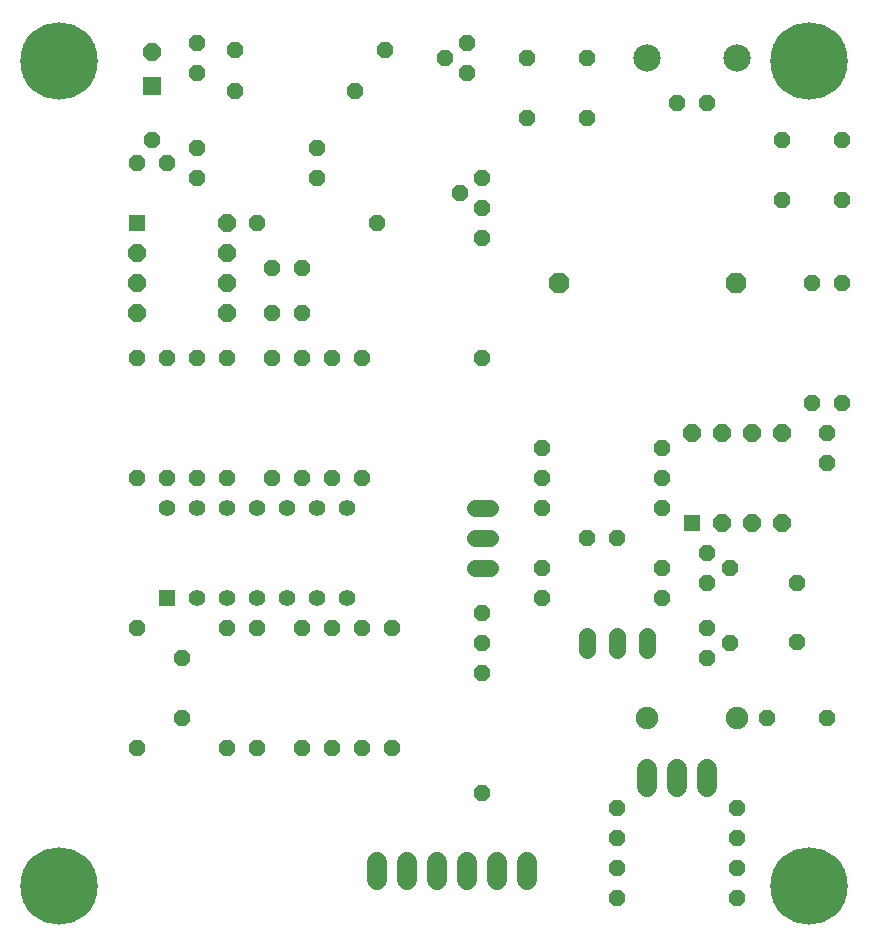
<source format=gts>
G75*
%MOIN*%
%OFA0B0*%
%FSLAX24Y24*%
%IPPOS*%
%LPD*%
%AMOC8*
5,1,8,0,0,1.08239X$1,22.5*
%
%ADD10OC8,0.0560*%
%ADD11OC8,0.0611*%
%ADD12R,0.0611X0.0611*%
%ADD13R,0.0580X0.0580*%
%ADD14OC8,0.0580*%
%ADD15C,0.0680*%
%ADD16OC8,0.0552*%
%ADD17C,0.0907*%
%ADD18R,0.0560X0.0560*%
%ADD19C,0.0560*%
%ADD20C,0.0560*%
%ADD21OC8,0.0671*%
%ADD22C,0.0749*%
%ADD23C,0.2580*%
D10*
X004600Y006770D03*
X006100Y007770D03*
X007600Y006770D03*
X008600Y006770D03*
X010100Y006770D03*
X011100Y006770D03*
X012100Y006770D03*
X013100Y006770D03*
X016100Y005270D03*
X016100Y009270D03*
X016100Y010270D03*
X016100Y011270D03*
X018100Y011770D03*
X018100Y012770D03*
X019600Y013770D03*
X020600Y013770D03*
X022100Y012770D03*
X022100Y011770D03*
X023600Y012270D03*
X024350Y012770D03*
X023600Y013270D03*
X022100Y014770D03*
X022100Y015770D03*
X022100Y016770D03*
X018100Y016770D03*
X018100Y015770D03*
X018100Y014770D03*
X016100Y019770D03*
X016100Y023770D03*
X016100Y024770D03*
X015350Y025270D03*
X016100Y025770D03*
X017600Y027770D03*
X019600Y027770D03*
X019600Y029770D03*
X017600Y029770D03*
X015600Y029270D03*
X014850Y029770D03*
X015600Y030270D03*
X012850Y030020D03*
X011850Y028645D03*
X010600Y026770D03*
X010600Y025770D03*
X008600Y024270D03*
X009100Y022770D03*
X010100Y022770D03*
X010100Y021270D03*
X009100Y021270D03*
X009100Y019770D03*
X010100Y019770D03*
X011100Y019770D03*
X012100Y019770D03*
X012100Y015770D03*
X011100Y015770D03*
X010100Y015770D03*
X009100Y015770D03*
X007600Y015770D03*
X006600Y015770D03*
X005600Y015770D03*
X004600Y015770D03*
X004600Y019770D03*
X005600Y019770D03*
X006600Y019770D03*
X007600Y019770D03*
X012600Y024270D03*
X007850Y028645D03*
X007850Y030020D03*
X006600Y030270D03*
X006600Y029270D03*
X005100Y027020D03*
X004600Y026270D03*
X005600Y026270D03*
X006600Y025770D03*
X006600Y026770D03*
X007600Y010770D03*
X008600Y010770D03*
X010100Y010770D03*
X011100Y010770D03*
X012100Y010770D03*
X013100Y010770D03*
X006100Y009770D03*
X004600Y010770D03*
X020600Y004770D03*
X020600Y003770D03*
X020600Y002770D03*
X020600Y001770D03*
X024600Y001770D03*
X024600Y002770D03*
X024600Y003770D03*
X024600Y004770D03*
X025600Y007770D03*
X027600Y007770D03*
X024350Y010270D03*
X023600Y009770D03*
X023600Y010770D03*
X027600Y016270D03*
X027600Y017270D03*
X027100Y018270D03*
X028100Y018270D03*
X028100Y022270D03*
X027100Y022270D03*
D11*
X005100Y029975D03*
D12*
X005100Y028825D03*
D13*
X004600Y024270D03*
X023100Y014270D03*
D14*
X024100Y014270D03*
X025100Y014270D03*
X026100Y014270D03*
X026100Y017270D03*
X025100Y017270D03*
X024100Y017270D03*
X023100Y017270D03*
X007600Y021270D03*
X007600Y022270D03*
X007600Y023270D03*
X007600Y024270D03*
X004600Y023270D03*
X004600Y022270D03*
X004600Y021270D03*
D15*
X012600Y002945D02*
X012600Y002345D01*
X013600Y002345D02*
X013600Y002945D01*
X014600Y002945D02*
X014600Y002345D01*
X015600Y002345D02*
X015600Y002945D01*
X016600Y002945D02*
X016600Y002345D01*
X017600Y002345D02*
X017600Y002945D01*
X021600Y005470D02*
X021600Y006070D01*
X022600Y006070D02*
X022600Y005470D01*
X023600Y005470D02*
X023600Y006070D01*
D16*
X026600Y010285D03*
X026600Y012255D03*
X026100Y025020D03*
X028100Y025020D03*
X028100Y027020D03*
X026100Y027020D03*
X023600Y028270D03*
X022600Y028270D03*
D17*
X021600Y029770D03*
X024600Y029770D03*
D18*
X005600Y011770D03*
D19*
X006600Y011770D03*
X007600Y011770D03*
X008600Y011770D03*
X009600Y011770D03*
X010600Y011770D03*
X011600Y011770D03*
X011600Y014770D03*
X010600Y014770D03*
X009600Y014770D03*
X008600Y014770D03*
X007600Y014770D03*
X006600Y014770D03*
X005600Y014770D03*
D20*
X015860Y014770D02*
X016340Y014770D01*
X016340Y013770D02*
X015860Y013770D01*
X015860Y012770D02*
X016340Y012770D01*
X019600Y010510D02*
X019600Y010030D01*
X020600Y010030D02*
X020600Y010510D01*
X021600Y010510D02*
X021600Y010030D01*
D21*
X018650Y022270D03*
X024550Y022270D03*
D22*
X024600Y007770D03*
X021600Y007770D03*
D23*
X002000Y002170D03*
X027000Y002170D03*
X027000Y029670D03*
X002000Y029670D03*
M02*

</source>
